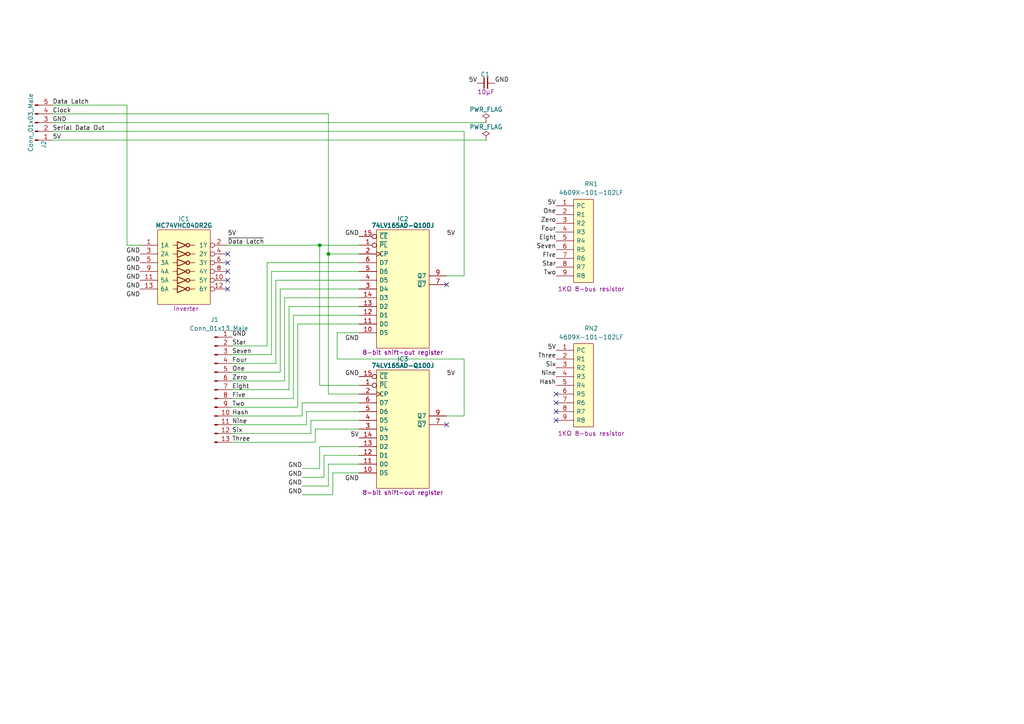
<source format=kicad_sch>
(kicad_sch (version 20211123) (generator eeschema)
  (paper "A4")
  (lib_symbols
    (symbol "Bourns:4609X-101-102LF" (pin_names (offset 0.762))
      (property "Reference" "RN" (at 8.255 5.08 0))
      (property "Value" "4609X-101-102LF" (at 8.255 3.175 0))
      (property "Description" "1KΩ 8-bus resistor" (at 8.255 -23.495 0))
      (symbol "4609X-101-102LF_0_0"
        (pin passive line (at 0 0 0) (length 5.08) (name "PC") (number "1"))
        (pin passive line (at 0 -2.54 0) (length 5.08) (name "R1") (number "2"))
        (pin passive line (at 0 -5.08 0) (length 5.08) (name "R2") (number "3"))
        (pin passive line (at 0 -7.62 0) (length 5.08) (name "R3") (number "4"))
        (pin passive line (at 0 -10.16 0) (length 5.08) (name "R4") (number "5"))
        (pin passive line (at 0 -12.7 0) (length 5.08) (name "R5") (number "6"))
        (pin passive line (at 0 -15.24 0) (length 5.08) (name "R6") (number "7"))
        (pin passive line (at 0 -17.78 0) (length 5.08) (name "R7") (number "8"))
        (pin passive line (at 0 -20.32 0) (length 5.08) (name "R8") (number "9"))
      )
      (symbol "4609X-101-102LF_0_1"
        (polyline (pts (xy 5.08 1.905) (xy 10.795 1.905) (xy 10.795 -22.225) (xy 5.08 -22.225) (xy 5.08 1.905)) (stroke (width 0.1524)) (fill (type background)))
      )
    )
    (symbol "Connector:Conn_01x05_Male" (pin_names (offset 1.016) hide)
      (property "Reference" "J" (at 0 7.62 0))
      (property "Value" "Conn_01x05_Male" (at 0 -7.62 0))
      (symbol "Conn_01x05_Male_1_1"
        (polyline (pts (xy 1.27 -5.08) (xy 0.8636 -5.08)) (stroke (width 0.1524)))
        (polyline (pts (xy 1.27 -2.54) (xy 0.8636 -2.54)) (stroke (width 0.1524)))
        (polyline (pts (xy 1.27 0) (xy 0.8636 0)) (stroke (width 0.1524)))
        (polyline (pts (xy 1.27 2.54) (xy 0.8636 2.54)) (stroke (width 0.1524)))
        (polyline (pts (xy 1.27 5.08) (xy 0.8636 5.08)) (stroke (width 0.1524)))
        (rectangle (start 0.8636 -4.953) (end 0 -5.207) (stroke (width 0.1524)) (fill (type outline)))
        (rectangle (start 0.8636 -2.413) (end 0 -2.667) (stroke (width 0.1524)) (fill (type outline)))
        (rectangle (start 0.8636 0.127) (end 0 -0.127) (stroke (width 0.1524)) (fill (type outline)))
        (rectangle (start 0.8636 2.667) (end 0 2.413) (stroke (width 0.1524)) (fill (type outline)))
        (rectangle (start 0.8636 5.207) (end 0 4.953) (stroke (width 0.1524)) (fill (type outline)))
        (pin passive line (at 5.08 5.08 180) (length 3.81) (name "Pin_1") (number "1"))
        (pin passive line (at 5.08 2.54 180) (length 3.81) (name "Pin_2") (number "2"))
        (pin passive line (at 5.08 0 180) (length 3.81) (name "Pin_3") (number "3"))
        (pin passive line (at 5.08 -2.54 180) (length 3.81) (name "Pin_4") (number "4"))
        (pin passive line (at 5.08 -5.08 180) (length 3.81) (name "Pin_5") (number "5"))
      )
    )
    (symbol "Connector:Conn_01x13_Male" (pin_names (offset 1.016) hide)
      (property "Reference" "J" (at 0 17.78 0))
      (property "Value" "Conn_01x13_Male" (at 0 -17.78 0))
      (symbol "Conn_01x13_Male_1_1"
        (polyline (pts (xy 1.27 -15.24) (xy 0.8636 -15.24)) (stroke (width 0.1524)))
        (polyline (pts (xy 1.27 -12.7) (xy 0.8636 -12.7)) (stroke (width 0.1524)))
        (polyline (pts (xy 1.27 -10.16) (xy 0.8636 -10.16)) (stroke (width 0.1524)))
        (polyline (pts (xy 1.27 -7.62) (xy 0.8636 -7.62)) (stroke (width 0.1524)))
        (polyline (pts (xy 1.27 -5.08) (xy 0.8636 -5.08)) (stroke (width 0.1524)))
        (polyline (pts (xy 1.27 -2.54) (xy 0.8636 -2.54)) (stroke (width 0.1524)))
        (polyline (pts (xy 1.27 0) (xy 0.8636 0)) (stroke (width 0.1524)))
        (polyline (pts (xy 1.27 2.54) (xy 0.8636 2.54)) (stroke (width 0.1524)))
        (polyline (pts (xy 1.27 5.08) (xy 0.8636 5.08)) (stroke (width 0.1524)))
        (polyline (pts (xy 1.27 7.62) (xy 0.8636 7.62)) (stroke (width 0.1524)))
        (polyline (pts (xy 1.27 10.16) (xy 0.8636 10.16)) (stroke (width 0.1524)))
        (polyline (pts (xy 1.27 12.7) (xy 0.8636 12.7)) (stroke (width 0.1524)))
        (polyline (pts (xy 1.27 15.24) (xy 0.8636 15.24)) (stroke (width 0.1524)))
        (rectangle (start 0.8636 -15.113) (end 0 -15.367) (stroke (width 0.1524)) (fill (type outline)))
        (rectangle (start 0.8636 -12.573) (end 0 -12.827) (stroke (width 0.1524)) (fill (type outline)))
        (rectangle (start 0.8636 -10.033) (end 0 -10.287) (stroke (width 0.1524)) (fill (type outline)))
        (rectangle (start 0.8636 -7.493) (end 0 -7.747) (stroke (width 0.1524)) (fill (type outline)))
        (rectangle (start 0.8636 -4.953) (end 0 -5.207) (stroke (width 0.1524)) (fill (type outline)))
        (rectangle (start 0.8636 -2.413) (end 0 -2.667) (stroke (width 0.1524)) (fill (type outline)))
        (rectangle (start 0.8636 0.127) (end 0 -0.127) (stroke (width 0.1524)) (fill (type outline)))
        (rectangle (start 0.8636 2.667) (end 0 2.413) (stroke (width 0.1524)) (fill (type outline)))
        (rectangle (start 0.8636 5.207) (end 0 4.953) (stroke (width 0.1524)) (fill (type outline)))
        (rectangle (start 0.8636 7.747) (end 0 7.493) (stroke (width 0.1524)) (fill (type outline)))
        (rectangle (start 0.8636 10.287) (end 0 10.033) (stroke (width 0.1524)) (fill (type outline)))
        (rectangle (start 0.8636 12.827) (end 0 12.573) (stroke (width 0.1524)) (fill (type outline)))
        (rectangle (start 0.8636 15.367) (end 0 15.113) (stroke (width 0.1524)) (fill (type outline)))
        (pin passive line (at 5.08 15.24 180) (length 3.81) (name "Pin_1") (number "1"))
        (pin passive line (at 5.08 -7.62 180) (length 3.81) (name "Pin_10") (number "10"))
        (pin passive line (at 5.08 -10.16 180) (length 3.81) (name "Pin_11") (number "11"))
        (pin passive line (at 5.08 -12.7 180) (length 3.81) (name "Pin_12") (number "12"))
        (pin passive line (at 5.08 -15.24 180) (length 3.81) (name "Pin_13") (number "13"))
        (pin passive line (at 5.08 12.7 180) (length 3.81) (name "Pin_2") (number "2"))
        (pin passive line (at 5.08 10.16 180) (length 3.81) (name "Pin_3") (number "3"))
        (pin passive line (at 5.08 7.62 180) (length 3.81) (name "Pin_4") (number "4"))
        (pin passive line (at 5.08 5.08 180) (length 3.81) (name "Pin_5") (number "5"))
        (pin passive line (at 5.08 2.54 180) (length 3.81) (name "Pin_6") (number "6"))
        (pin passive line (at 5.08 0 180) (length 3.81) (name "Pin_7") (number "7"))
        (pin passive line (at 5.08 -2.54 180) (length 3.81) (name "Pin_8") (number "8"))
        (pin passive line (at 5.08 -5.08 180) (length 3.81) (name "Pin_9") (number "9"))
      )
    )
    (symbol "HCP65:C_0805" (pin_numbers hide) (pin_names (offset 0.254) hide)
      (property "Reference" "C" (at 2.286 2.54 0))
      (property "Description" "?μF" (at 2.54 -2.54 0))
      (symbol "C_0805_0_1"
        (polyline (pts (xy 1.9685 -1.4605) (xy 1.9685 1.5875)) (stroke (width 0.3048)))
        (polyline (pts (xy 2.9845 -1.4605) (xy 2.9845 1.5875)) (stroke (width 0.3302)))
      )
      (symbol "C_0805_1_1"
        (pin passive line (at 0 0 0) (length 2.032) (name "~") (number "1"))
        (pin passive line (at 5.08 0 180) (length 2.032) (name "~") (number "2"))
      )
    )
    (symbol "Mechanical:MountingHole" (pin_names (offset 1.016))
      (property "Reference" "H" (at 0 5.08 0))
      (property "Value" "MountingHole" (at 0 3.175 0))
      (symbol "MountingHole_0_1"
        (circle (center 0 0) (radius 1.27) (stroke (width 1.27)))
      )
    )
    (symbol "Nexperia:74LV165AD-Q100J" (pin_names (offset 0.762))
      (property "Reference" "IC" (at 12.7 5.08 0))
      (property "Value" "74LV165AD-Q100J" (at 12.7 3.175 0))
      (property "Description" "8-bit shift-out register" (at 12.7 -33.655 0))
      (symbol "74LV165AD-Q100J_0_0"
        (pin input inverted (at 0 -2.54 0) (length 5.08) (name "~{PL}") (number "1"))
        (pin input line (at 0 -27.94 0) (length 5.08) (name "DS") (number "10"))
        (pin input line (at 0 -25.4 0) (length 5.08) (name "D0") (number "11"))
        (pin input line (at 0 -22.86 0) (length 5.08) (name "D1") (number "12"))
        (pin input line (at 0 -20.32 0) (length 5.08) (name "D2") (number "13"))
        (pin input line (at 0 -17.78 0) (length 5.08) (name "D3") (number "14"))
        (pin input inverted (at 0 0 0) (length 5.08) (name "~{CE}") (number "15"))
        (pin passive line (at 25.4 0 180) (length 5.08) hide (name "VCC") (number "16"))
        (pin input clock (at 0 -5.08 0) (length 5.08) (name "CP") (number "2"))
        (pin input line (at 0 -15.24 0) (length 5.08) (name "D4") (number "3"))
        (pin input line (at 0 -12.7 0) (length 5.08) (name "D5") (number "4"))
        (pin input line (at 0 -10.16 0) (length 5.08) (name "D6") (number "5"))
        (pin input line (at 0 -7.62 0) (length 5.08) (name "D7") (number "6"))
        (pin output line (at 25.4 -13.97 180) (length 5.08) (name "~{Q7}") (number "7"))
        (pin passive line (at 0 -30.48 0) (length 5.08) hide (name "GND") (number "8"))
        (pin output line (at 25.4 -11.43 180) (length 5.08) (name "Q7") (number "9"))
      )
      (symbol "74LV165AD-Q100J_0_1"
        (polyline (pts (xy 5.08 1.905) (xy 20.32 1.905) (xy 20.32 -32.385) (xy 5.08 -32.385) (xy 5.08 1.905)) (stroke (width 0.1524)) (fill (type background)))
      )
    )
    (symbol "ON_Semiconductor:MC74VHC04DR2G" (pin_names (offset 0.762))
      (property "Reference" "IC" (at 12.7 7.62 0))
      (property "Value" "MC74VHC04DR2G" (at 12.7 5.715 0))
      (property "Description" "inverter" (at 13.335 -18.415 0))
      (symbol "MC74VHC04DR2G_0_0"
        (pin input line (at 0 0 0) (length 5.08) (name "1A") (number "1"))
        (pin output inverted (at 25.4 -10.16 180) (length 5.08) (name "5Y") (number "10"))
        (pin input line (at 0 -10.16 0) (length 5.08) (name "5A") (number "11"))
        (pin output inverted (at 25.4 -12.7 180) (length 5.08) (name "6Y") (number "12"))
        (pin input line (at 0 -12.7 0) (length 5.08) (name "6A") (number "13"))
        (pin power_in line (at 25.4 2.54 180) (length 5.08) hide (name "5V") (number "14"))
        (pin output inverted (at 25.4 0 180) (length 5.08) (name "1Y") (number "2"))
        (pin input line (at 0 -2.54 0) (length 5.08) (name "2A") (number "3"))
        (pin output inverted (at 25.4 -2.54 180) (length 5.08) (name "2Y") (number "4"))
        (pin input line (at 0 -5.08 0) (length 5.08) (name "3A") (number "5"))
        (pin output inverted (at 25.4 -5.08 180) (length 5.08) (name "3Y") (number "6"))
        (pin power_in line (at 0 -15.24 0) (length 5.08) hide (name "GND") (number "7"))
        (pin output inverted (at 25.4 -7.62 180) (length 5.08) (name "4Y") (number "8"))
        (pin input line (at 0 -7.62 0) (length 5.08) (name "4A") (number "9"))
      )
      (symbol "MC74VHC04DR2G_0_1"
        (polyline (pts (xy 9.525 -12.7) (xy 10.7949 -12.7)))
        (polyline (pts (xy 9.525 -10.16) (xy 10.7949 -10.16)))
        (polyline (pts (xy 9.525 -7.62) (xy 10.7949 -7.62)))
        (polyline (pts (xy 9.525 -5.08) (xy 10.7949 -5.08)))
        (polyline (pts (xy 9.525 -2.54) (xy 10.7949 -2.54)))
        (polyline (pts (xy 9.525 0) (xy 10.7949 0)))
        (polyline (pts (xy 14.351 -12.7) (xy 15.875 -12.7)))
        (polyline (pts (xy 14.351 -10.16) (xy 15.875 -10.16)))
        (polyline (pts (xy 14.351 -7.62) (xy 15.875 -7.62)))
        (polyline (pts (xy 14.351 -5.08) (xy 15.875 -5.08)))
        (polyline (pts (xy 14.351 -2.54) (xy 15.875 -2.54)))
        (polyline (pts (xy 14.351 0) (xy 15.875 0)))
        (polyline (pts (xy 10.795 -13.716) (xy 13.335 -12.7) (xy 10.795 -11.684)) (stroke (width 0.254)))
        (polyline (pts (xy 10.795 -11.176) (xy 13.335 -10.16) (xy 10.795 -9.144)) (stroke (width 0.254)))
        (polyline (pts (xy 10.795 -8.636) (xy 13.335 -7.62) (xy 10.795 -6.604)) (stroke (width 0.254)))
        (polyline (pts (xy 10.795 -6.096) (xy 13.335 -5.08) (xy 10.795 -4.064)) (stroke (width 0.254)))
        (polyline (pts (xy 10.795 -3.556) (xy 13.335 -2.54) (xy 10.795 -1.524)) (stroke (width 0.254)))
        (polyline (pts (xy 10.795 -1.016) (xy 13.335 0) (xy 10.795 1.016)) (stroke (width 0.254)))
        (polyline (pts (xy 5.08 4.445) (xy 20.32 4.445) (xy 20.32 -17.145) (xy 5.08 -17.145) (xy 5.08 4.445)) (stroke (width 0.1524)) (fill (type background)))
        (rectangle (start 10.795 -11.684) (end 10.795 -13.716) (stroke (width 0.254)) (fill (type background)))
        (rectangle (start 10.795 -9.144) (end 10.795 -11.176) (stroke (width 0.254)) (fill (type background)))
        (rectangle (start 10.795 -6.604) (end 10.795 -8.636) (stroke (width 0.254)) (fill (type background)))
        (rectangle (start 10.795 -4.064) (end 10.795 -6.096) (stroke (width 0.254)) (fill (type background)))
        (rectangle (start 10.795 -1.524) (end 10.795 -3.556) (stroke (width 0.254)) (fill (type background)))
        (rectangle (start 10.795 1.016) (end 10.795 -1.016) (stroke (width 0.254)) (fill (type background)))
        (circle (center 13.843 -12.7) (radius 0.508) (stroke (width 0.254)))
        (circle (center 13.843 -10.16) (radius 0.508) (stroke (width 0.254)))
        (circle (center 13.843 -7.62) (radius 0.508) (stroke (width 0.254)))
        (circle (center 13.843 -5.08) (radius 0.508) (stroke (width 0.254)))
        (circle (center 13.843 -2.54) (radius 0.508) (stroke (width 0.254)))
        (circle (center 13.843 0) (radius 0.508) (stroke (width 0.254)))
      )
    )
    (symbol "power:PWR_FLAG" (power) (pin_numbers hide) (pin_names (offset 0) hide)
      (property "Value" "PWR_FLAG" (at 0 3.81 0))
      (symbol "PWR_FLAG_0_0"
        (pin power_out line (at 0 0 90) (length 0) (name "pwr") (number "1"))
      )
      (symbol "PWR_FLAG_0_1"
        (polyline (pts (xy 0 0) (xy 0 1.27) (xy -1.016 1.905) (xy 0 2.54) (xy 1.016 1.905) (xy 0 1.27)))
      )
    )
  )
  (junction (at 92.71 71.12))
  (junction (at 95.25 73.66))
  (no_connect (at 66.04 83.82))
  (no_connect (at 161.29 114.3))
  (no_connect (at 161.29 116.84))
  (no_connect (at 161.29 119.38))
  (no_connect (at 161.29 121.92))
  (no_connect (at 66.04 78.74))
  (no_connect (at 66.04 76.2))
  (no_connect (at 129.54 82.55))
  (no_connect (at 129.54 123.19))
  (no_connect (at 66.04 81.28))
  (no_connect (at 66.04 73.66))
  (wire (pts (xy 15.24 33.02) (xy 95.25 33.02)))
  (wire (pts (xy 92.71 71.12) (xy 104.14 71.12)))
  (wire (pts (xy 66.04 71.12) (xy 92.71 71.12)))
  (wire (pts (xy 104.14 132.08) (xy 93.98 132.08)))
  (wire (pts (xy 104.14 86.36) (xy 82.55 86.36)))
  (wire (pts (xy 83.82 88.9) (xy 83.82 113.03)))
  (wire (pts (xy 87.63 120.65) (xy 87.63 116.84)))
  (wire (pts (xy 78.74 78.74) (xy 78.74 102.87)))
  (wire (pts (xy 104.14 93.98) (xy 86.36 93.98)))
  (wire (pts (xy 104.14 83.82) (xy 81.28 83.82)))
  (wire (pts (xy 91.44 128.27) (xy 67.31 128.27)))
  (wire (pts (xy 104.14 119.38) (xy 88.9 119.38)))
  (wire (pts (xy 67.31 100.33) (xy 77.47 100.33)))
  (wire (pts (xy 104.14 78.74) (xy 78.74 78.74)))
  (wire (pts (xy 95.25 140.97) (xy 87.63 140.97)))
  (wire (pts (xy 96.52 137.16) (xy 96.52 143.51)))
  (wire (pts (xy 67.31 107.95) (xy 81.28 107.95)))
  (wire (pts (xy 92.71 135.89) (xy 87.63 135.89)))
  (wire (pts (xy 77.47 76.2) (xy 77.47 100.33)))
  (wire (pts (xy 90.17 121.92) (xy 90.17 125.73)))
  (wire (pts (xy 95.25 134.62) (xy 95.25 140.97)))
  (wire (pts (xy 96.52 143.51) (xy 87.63 143.51)))
  (wire (pts (xy 104.14 124.46) (xy 91.44 124.46)))
  (wire (pts (xy 104.14 121.92) (xy 90.17 121.92)))
  (wire (pts (xy 81.28 83.82) (xy 81.28 107.95)))
  (wire (pts (xy 87.63 116.84) (xy 104.14 116.84)))
  (wire (pts (xy 104.14 91.44) (xy 85.09 91.44)))
  (wire (pts (xy 104.14 111.76) (xy 92.71 111.76)))
  (wire (pts (xy 92.71 71.12) (xy 92.71 111.76)))
  (wire (pts (xy 93.98 138.43) (xy 87.63 138.43)))
  (wire (pts (xy 88.9 123.19) (xy 67.31 123.19)))
  (wire (pts (xy 134.62 80.01) (xy 134.62 38.1)))
  (wire (pts (xy 134.62 120.65) (xy 134.62 104.14)))
  (wire (pts (xy 104.14 129.54) (xy 92.71 129.54)))
  (wire (pts (xy 95.25 73.66) (xy 95.25 114.3)))
  (wire (pts (xy 15.24 30.48) (xy 36.83 30.48)))
  (wire (pts (xy 95.25 73.66) (xy 104.14 73.66)))
  (wire (pts (xy 134.62 104.14) (xy 97.79 104.14)))
  (wire (pts (xy 95.25 33.02) (xy 95.25 73.66)))
  (wire (pts (xy 129.54 120.65) (xy 134.62 120.65)))
  (wire (pts (xy 15.24 35.56) (xy 140.97 35.56)))
  (wire (pts (xy 104.14 114.3) (xy 95.25 114.3)))
  (wire (pts (xy 67.31 102.87) (xy 78.74 102.87)))
  (wire (pts (xy 97.79 104.14) (xy 97.79 96.52)))
  (wire (pts (xy 67.31 110.49) (xy 82.55 110.49)))
  (wire (pts (xy 67.31 105.41) (xy 80.01 105.41)))
  (wire (pts (xy 82.55 86.36) (xy 82.55 110.49)))
  (wire (pts (xy 67.31 113.03) (xy 83.82 113.03)))
  (wire (pts (xy 93.98 132.08) (xy 93.98 138.43)))
  (wire (pts (xy 92.71 129.54) (xy 92.71 135.89)))
  (wire (pts (xy 104.14 137.16) (xy 96.52 137.16)))
  (wire (pts (xy 85.09 91.44) (xy 85.09 115.57)))
  (wire (pts (xy 86.36 93.98) (xy 86.36 118.11)))
  (wire (pts (xy 97.79 96.52) (xy 104.14 96.52)))
  (wire (pts (xy 104.14 81.28) (xy 80.01 81.28)))
  (wire (pts (xy 104.14 134.62) (xy 95.25 134.62)))
  (wire (pts (xy 91.44 124.46) (xy 91.44 128.27)))
  (wire (pts (xy 15.24 40.64) (xy 140.97 40.64)))
  (wire (pts (xy 104.14 76.2) (xy 77.47 76.2)))
  (wire (pts (xy 36.83 71.12) (xy 36.83 30.48)))
  (wire (pts (xy 86.36 118.11) (xy 67.31 118.11)))
  (wire (pts (xy 15.24 38.1) (xy 134.62 38.1)))
  (wire (pts (xy 40.64 71.12) (xy 36.83 71.12)))
  (wire (pts (xy 80.01 81.28) (xy 80.01 105.41)))
  (wire (pts (xy 85.09 115.57) (xy 67.31 115.57)))
  (wire (pts (xy 129.54 80.01) (xy 134.62 80.01)))
  (wire (pts (xy 67.31 120.65) (xy 87.63 120.65)))
  (wire (pts (xy 90.17 125.73) (xy 67.31 125.73)))
  (wire (pts (xy 104.14 88.9) (xy 83.82 88.9)))
  (wire (pts (xy 88.9 119.38) (xy 88.9 123.19)))
  (label "GND" (at 87.63 140.97 180))
  (label "5V" (at 129.54 68.58 0))
  (label "Star" (at 67.31 100.33 0))
  (label "Serial Data Out" (at 15.24 38.1 0))
  (label "5V" (at 104.14 127 180))
  (label "GND" (at 40.64 76.2 180))
  (label "GND" (at 104.14 68.58 180))
  (label "Star" (at 161.29 77.47 180))
  (label "Six" (at 67.31 125.73 0))
  (label "5V" (at 161.29 101.6 180))
  (label "Hash" (at 67.31 120.65 0))
  (label "Four" (at 161.29 67.31 180))
  (label "GND" (at 104.14 139.7 180))
  (label "GND" (at 87.63 135.89 180))
  (label "Clock" (at 15.24 33.02 0))
  (label "Data Latch" (at 15.24 30.48 0))
  (label "GND" (at 15.24 35.56 0))
  (label "5V" (at 15.24 40.64 0))
  (label "Nine" (at 67.31 123.19 0))
  (label "Five" (at 161.29 74.93 180))
  (label "GND" (at 40.64 78.74 180))
  (label "Nine" (at 161.29 109.22 180))
  (label "GND" (at 143.51 24.13 0))
  (label "GND" (at 40.64 81.28 180))
  (label "Four" (at 67.31 105.41 0))
  (label "Hash" (at 161.29 111.76 180))
  (label "Six" (at 161.29 106.68 180))
  (label "5V" (at 129.54 109.22 0))
  (label "GND" (at 40.64 86.36 180))
  (label "One" (at 161.29 62.23 180))
  (label "Two" (at 67.31 118.11 0))
  (label "Three" (at 161.29 104.14 180))
  (label "Eight" (at 161.29 69.85 180))
  (label "Seven" (at 161.29 72.39 180))
  (label "~{Data Latch}" (at 66.04 71.12 0))
  (label "GND" (at 87.63 143.51 180))
  (label "Three" (at 67.31 128.27 0))
  (label "5V" (at 161.29 59.69 180))
  (label "One" (at 67.31 107.95 0))
  (label "GND" (at 87.63 138.43 180))
  (label "Eight" (at 67.31 113.03 0))
  (label "GND" (at 40.64 83.82 180))
  (label "GND" (at 40.64 73.66 180))
  (label "Two" (at 161.29 80.01 180))
  (label "GND" (at 67.31 97.79 0))
  (label "GND" (at 104.14 99.06 180))
  (label "Zero" (at 67.31 110.49 0))
  (label "Seven" (at 67.31 102.87 0))
  (label "GND" (at 104.14 109.22 180))
  (label "Zero" (at 161.29 64.77 180))
  (label "5V" (at 138.43 24.13 180))
  (label "Five" (at 67.31 115.57 0))
  (label "5V" (at 66.04 68.58 0))
  (symbol (lib_id "Mechanical:MountingHole") (at -22.86 6.35 0) (unit 1)
    (property "Reference" "H6" (at -22.86 1.27 0))
    (property "Value" "MountingHole" (at -22.86 3.175 0))
    (property "Footprint" "MountingHole:MountingHole_2mm" (effects hide))
  )
  (symbol (lib_id "power:PWR_FLAG") (at 140.97 35.56 0) (unit 1)
    (property "Reference" "#FLG0102" (effects hide))
    (property "Value" "PWR_FLAG" (at 140.97 31.75 0))
  )
  (symbol (lib_id "Mechanical:MountingHole") (at -22.86 -12.7 0) (unit 1)
    (property "Reference" "H3" (at -22.86 -17.78 0))
    (property "Value" "MountingHole" (at -22.86 -15.875 0))
    (property "Footprint" "MountingHole:MountingHole_2.5mm" (effects hide))
  )
  (symbol (lib_id "Connector:Conn_01x05_Male") (at 10.16 35.56 0) (mirror x) (unit 1)
    (property "Reference" "J2" (at 12.7 41.91 90))
    (property "Value" "Conn_01x03_Male" (at 8.89 35.56 90))
    (property "Footprint" "Connector_PinHeader_1.27mm:PinHeader_1x05_P1.27mm_Vertical" (effects hide))
  )
  (symbol (lib_id "Nexperia:74LV165AD-Q100J") (at 104.14 109.22 0) (unit 1)
    (property "Reference" "IC3" (at 116.84 104.14 0))
    (property "Value" "74LV165AD-Q100J" (at 116.84 106.045 0) (effects (font bold)))
    (property "Footprint" "SOIC127P600X175-16N" (effects hide))
    (property "Datasheet" "https://assets.nexperia.com/documents/data-sheet/74LV165A_Q100.pdf" (effects hide))
    (property "Description" "8-bit shift-out register" (at 116.84 142.875 0))
    (property "Height" "1.75" (effects hide))
    (property "Mouser Part Number" "771-74LV165ADQ100J" (effects hide))
    (property "Mouser Price/Stock" "https://www.mouser.co.uk/ProductDetail/Nexperia/74LV165AD-Q100J?qs=fi7yB2oewZmx%252B%252BqfUmBtYA%3D%3D" (effects hide))
    (property "Manufacturer_Name" "Nexperia" (effects hide))
    (property "Manufacturer_Part_Number" "74LV165AD-Q100J" (effects hide))
  )
  (symbol (lib_id "Bourns:4609X-101-102LF") (at 161.29 59.69 0) (unit 1)
    (property "Reference" "RN1" (at 171.45 53.34 0))
    (property "Value" "4609X-101-102LF" (at 171.45 55.88 0))
    (property "Footprint" "SamacSys_Parts:4609X" (effects hide))
    (property "Datasheet" "https://www.mouser.com/datasheet/2/54/4600x-776645.pdf" (effects hide))
    (property "Description" "1KΩ 8-bus resistor" (at 171.45 83.82 0))
    (property "Height" "5.08" (effects hide))
    (property "Manufacturer_Name" "Bourns" (effects hide))
    (property "Manufacturer_Part_Number" "4609X-101-102LF" (effects hide))
    (property "Mouser Part Number" "652-4609X-1LF-1K" (effects hide))
    (property "Mouser Price/Stock" "https://www.mouser.co.uk/ProductDetail/Bourns/4609X-101-102LF?qs=nFt9sTYf7TAKYPPrg1sLvw%3D%3D" (effects hide))
    (property "Arrow Part Number" "4609X-101-102LF" (effects hide))
    (property "Arrow Price/Stock" "https://www.arrow.com/en/products/4609x-101-102lf/bourns?region=europe" (effects hide))
  )
  (symbol (lib_id "Connector:Conn_01x13_Male") (at 62.23 113.03 0) (unit 1)
    (property "Reference" "J1" (at 62.23 92.71 0))
    (property "Value" "Conn_01x13_Male" (at 63.5 95.25 0))
    (property "Footprint" "Connector_PinHeader_2.54mm:PinHeader_1x13_P2.54mm_Vertical" (effects hide))
  )
  (symbol (lib_id "Bourns:4609X-101-102LF") (at 161.29 101.6 0) (unit 1)
    (property "Reference" "RN2" (at 171.45 95.25 0))
    (property "Value" "4609X-101-102LF" (at 171.45 97.79 0))
    (property "Footprint" "SamacSys_Parts:4609X" (effects hide))
    (property "Datasheet" "https://www.mouser.com/datasheet/2/54/4600x-776645.pdf" (effects hide))
    (property "Description" "1KΩ 8-bus resistor" (at 171.45 125.73 0))
    (property "Height" "5.08" (effects hide))
    (property "Manufacturer_Name" "Bourns" (effects hide))
    (property "Manufacturer_Part_Number" "4609X-101-102LF" (effects hide))
    (property "Mouser Part Number" "652-4609X-1LF-1K" (effects hide))
    (property "Mouser Price/Stock" "https://www.mouser.co.uk/ProductDetail/Bourns/4609X-101-102LF?qs=nFt9sTYf7TAKYPPrg1sLvw%3D%3D" (effects hide))
    (property "Arrow Part Number" "4609X-101-102LF" (effects hide))
    (property "Arrow Price/Stock" "https://www.arrow.com/en/products/4609x-101-102lf/bourns?region=europe" (effects hide))
  )
  (symbol (lib_id "Mechanical:MountingHole") (at -22.86 -3.81 0) (unit 1)
    (property "Reference" "H4" (at -22.86 -8.89 0))
    (property "Value" "MountingHole" (at -22.86 -6.985 0))
    (property "Footprint" "MountingHole:MountingHole_2.5mm" (effects hide))
  )
  (symbol (lib_id "HCP65:C_0805") (at 138.43 24.13 0) (unit 1)
    (property "Reference" "C1" (at 140.716 21.59 0))
    (property "Value" "C_0805" (effects hide))
    (property "Footprint" "SamacSys_Parts:C_0805" (effects hide))
    (property "Description" "10μF" (at 140.97 26.67 0))
  )
  (symbol (lib_id "Mechanical:MountingHole") (at -36.83 6.35 0) (unit 1)
    (property "Reference" "H5" (at -36.83 1.27 0))
    (property "Value" "MountingHole" (at -36.83 3.175 0))
    (property "Footprint" "MountingHole:MountingHole_2mm" (effects hide))
  )
  (symbol (lib_id "Mechanical:MountingHole") (at -36.83 -3.81 0) (unit 1)
    (property "Reference" "H2" (at -36.83 -8.89 0))
    (property "Value" "MountingHole" (at -36.83 -6.985 0))
    (property "Footprint" "MountingHole:MountingHole_2.5mm" (effects hide))
  )
  (symbol (lib_id "ON_Semiconductor:MC74VHC04DR2G") (at 40.64 71.12 0) (unit 1)
    (property "Reference" "IC1" (at 53.34 63.5 0))
    (property "Value" "MC74VHC04DR2G" (at 53.34 65.405 0) (effects (font bold)))
    (property "Footprint" "SOIC127P600X175-14N" (effects hide))
    (property "Datasheet" "http://www.onsemi.com/pub/Collateral/MC74VHC04-D.PDF" (effects hide))
    (property "Description" "inverter" (at 53.975 89.535 0))
    (property "Height" "1.75" (effects hide))
    (property "Manufacturer_Name" "onsemi" (effects hide))
    (property "Manufacturer_Part_Number" "MC74VHC04DR2G" (effects hide))
    (property "Mouser Part Number" "863-MC74VHC04DR2G" (effects hide))
    (property "Mouser Price/Stock" "https://www.mouser.co.uk/ProductDetail/ON-Semiconductor/MC74VHC04DR2G/?qs=YOLdObVcOZmrR63tI8jiAQ%3D%3D" (effects hide))
    (property "Arrow Part Number" "MC74VHC04DR2G" (effects hide))
    (property "Arrow Price/Stock" "https://www.arrow.com/en/products/mc74vhc04dr2g/on-semiconductor" (effects hide))
  )
  (symbol (lib_id "Mechanical:MountingHole") (at -36.83 -12.7 0) (unit 1)
    (property "Reference" "H1" (at -36.83 -17.78 0))
    (property "Value" "MountingHole" (at -36.83 -15.875 0))
    (property "Footprint" "MountingHole:MountingHole_2.5mm" (effects hide))
  )
  (symbol (lib_id "power:PWR_FLAG") (at 140.97 40.64 0) (unit 1)
    (property "Reference" "#FLG01" (effects hide))
    (property "Value" "PWR_FLAG" (at 140.97 36.83 0))
  )
  (symbol (lib_id "Nexperia:74LV165AD-Q100J") (at 104.14 68.58 0) (unit 1)
    (property "Reference" "IC2" (at 116.84 63.5 0))
    (property "Value" "74LV165AD-Q100J" (at 116.84 65.405 0) (effects (font bold)))
    (property "Footprint" "SOIC127P600X175-16N" (effects hide))
    (property "Datasheet" "https://assets.nexperia.com/documents/data-sheet/74LV165A_Q100.pdf" (effects hide))
    (property "Description" "8-bit shift-out register" (at 116.84 102.235 0))
    (property "Height" "1.75" (effects hide))
    (property "Mouser Part Number" "771-74LV165ADQ100J" (effects hide))
    (property "Mouser Price/Stock" "https://www.mouser.co.uk/ProductDetail/Nexperia/74LV165AD-Q100J?qs=fi7yB2oewZmx%252B%252BqfUmBtYA%3D%3D" (effects hide))
    (property "Manufacturer_Name" "Nexperia" (effects hide))
    (property "Manufacturer_Part_Number" "74LV165AD-Q100J" (effects hide))
  )
)
</source>
